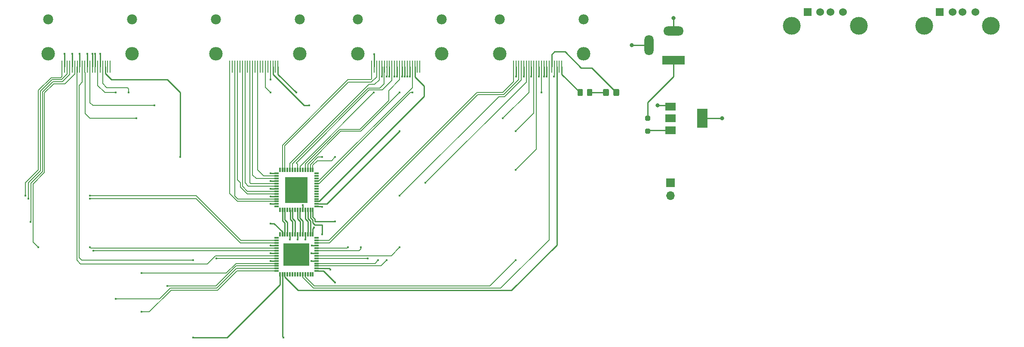
<source format=gbr>
%TF.GenerationSoftware,KiCad,Pcbnew,7.0.2*%
%TF.CreationDate,2023-08-06T23:13:36-03:00*%
%TF.ProjectId,KVM Project,4b564d20-5072-46f6-9a65-63742e6b6963,rev?*%
%TF.SameCoordinates,Original*%
%TF.FileFunction,Copper,L1,Top*%
%TF.FilePolarity,Positive*%
%FSLAX46Y46*%
G04 Gerber Fmt 4.6, Leading zero omitted, Abs format (unit mm)*
G04 Created by KiCad (PCBNEW 7.0.2) date 2023-08-06 23:13:36*
%MOMM*%
%LPD*%
G01*
G04 APERTURE LIST*
G04 Aperture macros list*
%AMRoundRect*
0 Rectangle with rounded corners*
0 $1 Rounding radius*
0 $2 $3 $4 $5 $6 $7 $8 $9 X,Y pos of 4 corners*
0 Add a 4 corners polygon primitive as box body*
4,1,4,$2,$3,$4,$5,$6,$7,$8,$9,$2,$3,0*
0 Add four circle primitives for the rounded corners*
1,1,$1+$1,$2,$3*
1,1,$1+$1,$4,$5*
1,1,$1+$1,$6,$7*
1,1,$1+$1,$8,$9*
0 Add four rect primitives between the rounded corners*
20,1,$1+$1,$2,$3,$4,$5,0*
20,1,$1+$1,$4,$5,$6,$7,0*
20,1,$1+$1,$6,$7,$8,$9,0*
20,1,$1+$1,$8,$9,$2,$3,0*%
G04 Aperture macros list end*
%TA.AperFunction,ComponentPad*%
%ADD10R,1.700000X1.700000*%
%TD*%
%TA.AperFunction,ComponentPad*%
%ADD11O,1.700000X1.700000*%
%TD*%
%TA.AperFunction,ComponentPad*%
%ADD12R,4.400000X1.800000*%
%TD*%
%TA.AperFunction,ComponentPad*%
%ADD13O,4.000000X1.800000*%
%TD*%
%TA.AperFunction,ComponentPad*%
%ADD14O,1.800000X4.000000*%
%TD*%
%TA.AperFunction,SMDPad,CuDef*%
%ADD15RoundRect,0.250000X0.325000X0.450000X-0.325000X0.450000X-0.325000X-0.450000X0.325000X-0.450000X0*%
%TD*%
%TA.AperFunction,SMDPad,CuDef*%
%ADD16R,0.280000X2.400000*%
%TD*%
%TA.AperFunction,ComponentPad*%
%ADD17C,2.660000*%
%TD*%
%TA.AperFunction,ComponentPad*%
%ADD18C,1.982000*%
%TD*%
%TA.AperFunction,SMDPad,CuDef*%
%ADD19R,2.000000X1.500000*%
%TD*%
%TA.AperFunction,SMDPad,CuDef*%
%ADD20R,2.000000X3.800000*%
%TD*%
%TA.AperFunction,ComponentPad*%
%ADD21R,1.524000X1.524000*%
%TD*%
%TA.AperFunction,ComponentPad*%
%ADD22C,1.524000*%
%TD*%
%TA.AperFunction,ComponentPad*%
%ADD23C,3.500000*%
%TD*%
%TA.AperFunction,SMDPad,CuDef*%
%ADD24RoundRect,0.008100X-0.421900X-0.126900X0.421900X-0.126900X0.421900X0.126900X-0.421900X0.126900X0*%
%TD*%
%TA.AperFunction,SMDPad,CuDef*%
%ADD25RoundRect,0.008100X0.126900X-0.421900X0.126900X0.421900X-0.126900X0.421900X-0.126900X-0.421900X0*%
%TD*%
%TA.AperFunction,SMDPad,CuDef*%
%ADD26R,5.200000X4.500000*%
%TD*%
%TA.AperFunction,SMDPad,CuDef*%
%ADD27RoundRect,0.008100X0.421900X0.126900X-0.421900X0.126900X-0.421900X-0.126900X0.421900X-0.126900X0*%
%TD*%
%TA.AperFunction,SMDPad,CuDef*%
%ADD28R,4.500000X5.200000*%
%TD*%
%TA.AperFunction,SMDPad,CuDef*%
%ADD29RoundRect,0.250000X0.250000X-0.250000X0.250000X0.250000X-0.250000X0.250000X-0.250000X-0.250000X0*%
%TD*%
%TA.AperFunction,SMDPad,CuDef*%
%ADD30RoundRect,0.250000X-0.262500X-0.450000X0.262500X-0.450000X0.262500X0.450000X-0.262500X0.450000X0*%
%TD*%
%TA.AperFunction,ViaPad*%
%ADD31C,0.400000*%
%TD*%
%TA.AperFunction,ViaPad*%
%ADD32C,0.800000*%
%TD*%
%TA.AperFunction,Conductor*%
%ADD33C,0.250000*%
%TD*%
%TA.AperFunction,Conductor*%
%ADD34C,0.200000*%
%TD*%
G04 APERTURE END LIST*
D10*
%TO.P,PWR1,1,Pin_1*%
%TO.N,Net-(D13-A)*%
X172720000Y-86360000D03*
D11*
%TO.P,PWR1,2,Pin_2*%
%TO.N,GND*%
X172720000Y-88900000D03*
%TD*%
D12*
%TO.P,PWR2,1*%
%TO.N,Net-(D11-A)*%
X173320000Y-62230000D03*
D13*
%TO.P,PWR2,2*%
%TO.N,GND*%
X173320000Y-56430000D03*
D14*
%TO.P,PWR2,3*%
X168520000Y-59230000D03*
%TD*%
D15*
%TO.P,D1,1,K*%
%TO.N,/Display_1/DPIN3_GND*%
X162070000Y-68580000D03*
%TO.P,D1,2,A*%
%TO.N,Net-(D1-A)*%
X160020000Y-68580000D03*
%TD*%
D16*
%TO.P,DP_IN1,1,D0+*%
%TO.N,/Display_1/DPIN1_D0+*%
X85940000Y-63500000D03*
%TO.P,DP_IN1,2,GND0*%
%TO.N,GND*%
X86440000Y-63500000D03*
%TO.P,DP_IN1,3,D0-*%
%TO.N,/Display_1/DPIN1_D0-*%
X86940000Y-63500000D03*
%TO.P,DP_IN1,4,D1+*%
%TO.N,/Display_1/DPIN1_D1+*%
X87440000Y-63500000D03*
%TO.P,DP_IN1,5,GND1*%
%TO.N,GND*%
X87940000Y-63500000D03*
%TO.P,DP_IN1,6,D1-*%
%TO.N,/Display_1/DPIN1_D1-*%
X88440000Y-63500000D03*
%TO.P,DP_IN1,7,D2+*%
%TO.N,/Display_1/DPIN1_D2+*%
X88940000Y-63500000D03*
%TO.P,DP_IN1,8,GND2*%
%TO.N,GND*%
X89440000Y-63500000D03*
%TO.P,DP_IN1,9,D2-*%
%TO.N,/Display_1/DPIN1_D2-*%
X89940000Y-63500000D03*
%TO.P,DP_IN1,10,D3+*%
%TO.N,/Display_1/DPIN1_D3+*%
X90440000Y-63500000D03*
%TO.P,DP_IN1,11,GND3*%
%TO.N,GND*%
X90940000Y-63500000D03*
%TO.P,DP_IN1,12,D3-*%
%TO.N,/Display_1/DPIN1_D3-*%
X91440000Y-63500000D03*
%TO.P,DP_IN1,13,CON1*%
%TO.N,GND*%
X91940000Y-63500000D03*
%TO.P,DP_IN1,14,CON2*%
X92440000Y-63500000D03*
%TO.P,DP_IN1,15,AUX+*%
%TO.N,/Display_1/DPIN1_AUX+*%
X92940000Y-63500000D03*
%TO.P,DP_IN1,16,GND4*%
%TO.N,GND*%
X93440000Y-63500000D03*
%TO.P,DP_IN1,17,AUX-*%
%TO.N,/Display_1/DPIN1_AUX-*%
X93940000Y-63500000D03*
%TO.P,DP_IN1,18,HPD*%
%TO.N,/Display_1/DPIN1_HPD*%
X94440000Y-63500000D03*
%TO.P,DP_IN1,19,RTN*%
%TO.N,unconnected-(DP_IN1-RTN-Pad19)*%
X94940000Y-63500000D03*
%TO.P,DP_IN1,20,PWR*%
%TO.N,+3.3V*%
X95440000Y-63500000D03*
D17*
%TO.P,DP_IN1,MH1,MH1*%
%TO.N,unconnected-(DP_IN1-PadMH1)*%
X99690000Y-60900000D03*
D18*
%TO.P,DP_IN1,MH2,MH2*%
%TO.N,unconnected-(DP_IN1-PadMH2)*%
X99690000Y-54120000D03*
%TO.P,DP_IN1,MH3,MH3*%
%TO.N,unconnected-(DP_IN1-PadMH3)*%
X83190000Y-54120000D03*
D17*
%TO.P,DP_IN1,MH4,MH4*%
%TO.N,unconnected-(DP_IN1-PadMH4)*%
X83190000Y-60900000D03*
%TD*%
D16*
%TO.P,DP_IN3,1,D0+*%
%TO.N,/Display_1/DPIN3_D0+*%
X141820000Y-63500000D03*
%TO.P,DP_IN3,2,GND0*%
%TO.N,GND*%
X142320000Y-63500000D03*
%TO.P,DP_IN3,3,D0-*%
%TO.N,/Display_1/DPIN3_D0-*%
X142820000Y-63500000D03*
%TO.P,DP_IN3,4,D1+*%
%TO.N,/Display_1/DPIN3_D1+*%
X143320000Y-63500000D03*
%TO.P,DP_IN3,5,GND1*%
%TO.N,GND*%
X143820000Y-63500000D03*
%TO.P,DP_IN3,6,D1-*%
%TO.N,/Display_1/DPIN3_D1-*%
X144320000Y-63500000D03*
%TO.P,DP_IN3,7,D2+*%
%TO.N,/Display_1/DPIN3_D2+*%
X144820000Y-63500000D03*
%TO.P,DP_IN3,8,GND2*%
%TO.N,GND*%
X145320000Y-63500000D03*
%TO.P,DP_IN3,9,D2-*%
%TO.N,/Display_1/DPIN3_D2-*%
X145820000Y-63500000D03*
%TO.P,DP_IN3,10,D3+*%
%TO.N,/Display_1/DPIN3_D3+*%
X146320000Y-63500000D03*
%TO.P,DP_IN3,11,GND3*%
%TO.N,GND*%
X146820000Y-63500000D03*
%TO.P,DP_IN3,12,D3-*%
%TO.N,/Display_1/DPIN3_D3-*%
X147320000Y-63500000D03*
%TO.P,DP_IN3,13,CON1*%
%TO.N,GND*%
X147820000Y-63500000D03*
%TO.P,DP_IN3,14,CON2*%
X148320000Y-63500000D03*
%TO.P,DP_IN3,15,AUX+*%
%TO.N,/Display_1/DPIN3_AUX+*%
X148820000Y-63500000D03*
%TO.P,DP_IN3,16,GND4*%
%TO.N,/Display_1/DPIN3_GND*%
X149320000Y-63500000D03*
%TO.P,DP_IN3,17,AUX-*%
%TO.N,/Display_1/DPIN3_AUX-*%
X149820000Y-63500000D03*
%TO.P,DP_IN3,18,HPD*%
%TO.N,/Display_1/DPIN3_HPD*%
X150320000Y-63500000D03*
%TO.P,DP_IN3,19,RTN*%
%TO.N,unconnected-(DP_IN3-RTN-Pad19)*%
X150820000Y-63500000D03*
%TO.P,DP_IN3,20,PWR*%
%TO.N,/Display_1/DPIN3_PWR*%
X151320000Y-63500000D03*
D17*
%TO.P,DP_IN3,MH1,MH1*%
%TO.N,unconnected-(DP_IN3-PadMH1)*%
X155570000Y-60900000D03*
D18*
%TO.P,DP_IN3,MH2,MH2*%
%TO.N,unconnected-(DP_IN3-PadMH2)*%
X155570000Y-54120000D03*
%TO.P,DP_IN3,MH3,MH3*%
%TO.N,unconnected-(DP_IN3-PadMH3)*%
X139070000Y-54120000D03*
D17*
%TO.P,DP_IN3,MH4,MH4*%
%TO.N,unconnected-(DP_IN3-PadMH4)*%
X139070000Y-60900000D03*
%TD*%
D19*
%TO.P,U6,1,GND*%
%TO.N,GND*%
X172720000Y-71360000D03*
%TO.P,U6,2,VO*%
%TO.N,+3.3V*%
X172720000Y-73660000D03*
D20*
X179020000Y-73660000D03*
D19*
%TO.P,U6,3,VI*%
%TO.N,/Power Supply/VCC_IN*%
X172720000Y-75960000D03*
%TD*%
D16*
%TO.P,DP_IN2,1,D0+*%
%TO.N,/Display_1/DPIN2_D0+*%
X113880000Y-63500000D03*
%TO.P,DP_IN2,2,GND0*%
%TO.N,GND*%
X114380000Y-63500000D03*
%TO.P,DP_IN2,3,D0-*%
%TO.N,/Display_1/DPIN2_D0-*%
X114880000Y-63500000D03*
%TO.P,DP_IN2,4,D1+*%
%TO.N,/Display_1/DPIN2_D1+*%
X115380000Y-63500000D03*
%TO.P,DP_IN2,5,GND1*%
%TO.N,GND*%
X115880000Y-63500000D03*
%TO.P,DP_IN2,6,D1-*%
%TO.N,/Display_1/DPIN2_D1-*%
X116380000Y-63500000D03*
%TO.P,DP_IN2,7,D2+*%
%TO.N,/Display_1/DPIN2_D2+*%
X116880000Y-63500000D03*
%TO.P,DP_IN2,8,GND2*%
%TO.N,GND*%
X117380000Y-63500000D03*
%TO.P,DP_IN2,9,D2-*%
%TO.N,/Display_1/DPIN2_D2-*%
X117880000Y-63500000D03*
%TO.P,DP_IN2,10,D3+*%
%TO.N,/Display_1/DPIN2_D3+*%
X118380000Y-63500000D03*
%TO.P,DP_IN2,11,GND3*%
%TO.N,GND*%
X118880000Y-63500000D03*
%TO.P,DP_IN2,12,D3-*%
%TO.N,/Display_1/DPIN2_D3-*%
X119380000Y-63500000D03*
%TO.P,DP_IN2,13,CON1*%
%TO.N,GND*%
X119880000Y-63500000D03*
%TO.P,DP_IN2,14,CON2*%
X120380000Y-63500000D03*
%TO.P,DP_IN2,15,AUX+*%
%TO.N,/Display_1/DPIN2_AUX+*%
X120880000Y-63500000D03*
%TO.P,DP_IN2,16,GND4*%
%TO.N,GND*%
X121380000Y-63500000D03*
%TO.P,DP_IN2,17,AUX-*%
%TO.N,/Display_1/DPIN2_AUX-*%
X121880000Y-63500000D03*
%TO.P,DP_IN2,18,HPD*%
%TO.N,/Display_1/DPIN2_HPD*%
X122380000Y-63500000D03*
%TO.P,DP_IN2,19,RTN*%
%TO.N,unconnected-(DP_IN2-RTN-Pad19)*%
X122880000Y-63500000D03*
%TO.P,DP_IN2,20,PWR*%
%TO.N,+3.3V*%
X123380000Y-63500000D03*
D17*
%TO.P,DP_IN2,MH1,MH1*%
%TO.N,unconnected-(DP_IN2-PadMH1)*%
X127630000Y-60900000D03*
D18*
%TO.P,DP_IN2,MH2,MH2*%
%TO.N,unconnected-(DP_IN2-PadMH2)*%
X127630000Y-54120000D03*
%TO.P,DP_IN2,MH3,MH3*%
%TO.N,unconnected-(DP_IN2-PadMH3)*%
X111130000Y-54120000D03*
D17*
%TO.P,DP_IN2,MH4,MH4*%
%TO.N,unconnected-(DP_IN2-PadMH4)*%
X111130000Y-60900000D03*
%TD*%
D16*
%TO.P,DP_OUT1,1,D0+*%
%TO.N,/Display_1/DPOUT_D0+*%
X52920000Y-63500000D03*
%TO.P,DP_OUT1,2,GND0*%
%TO.N,GND*%
X53420000Y-63500000D03*
%TO.P,DP_OUT1,3,D0-*%
%TO.N,/Display_1/DPOUT_D0-*%
X53920000Y-63500000D03*
%TO.P,DP_OUT1,4,D1+*%
%TO.N,/Display_1/DPOUT_D1+*%
X54420000Y-63500000D03*
%TO.P,DP_OUT1,5,GND1*%
%TO.N,GND*%
X54920000Y-63500000D03*
%TO.P,DP_OUT1,6,D1-*%
%TO.N,/Display_1/DPOUT_D1-*%
X55420000Y-63500000D03*
%TO.P,DP_OUT1,7,D2+*%
%TO.N,/Display_1/DPOUT_D2+*%
X55920000Y-63500000D03*
%TO.P,DP_OUT1,8,GND2*%
%TO.N,GND*%
X56420000Y-63500000D03*
%TO.P,DP_OUT1,9,D2-*%
%TO.N,/Display_1/DPOUT_D2-*%
X56920000Y-63500000D03*
%TO.P,DP_OUT1,10,D3+*%
%TO.N,/Display_1/DPOUT_D3+*%
X57420000Y-63500000D03*
%TO.P,DP_OUT1,11,GND3*%
%TO.N,GND*%
X57920000Y-63500000D03*
%TO.P,DP_OUT1,12,D3-*%
%TO.N,/Display_1/DPOUT_D3-*%
X58420000Y-63500000D03*
%TO.P,DP_OUT1,13,CON1*%
%TO.N,GND*%
X58920000Y-63500000D03*
%TO.P,DP_OUT1,14,CON2*%
X59420000Y-63500000D03*
%TO.P,DP_OUT1,15,AUX+*%
%TO.N,/Display_1/DPOUT_AUX+*%
X59920000Y-63500000D03*
%TO.P,DP_OUT1,16,GND4*%
%TO.N,GND*%
X60420000Y-63500000D03*
%TO.P,DP_OUT1,17,AUX-*%
%TO.N,/Display_1/DPOUT_AUX-*%
X60920000Y-63500000D03*
%TO.P,DP_OUT1,18,HPD*%
%TO.N,/Display_1/DPOUT_HPD*%
X61420000Y-63500000D03*
%TO.P,DP_OUT1,19,RTN*%
%TO.N,unconnected-(DP_OUT1-RTN-Pad19)*%
X61920000Y-63500000D03*
%TO.P,DP_OUT1,20,PWR*%
%TO.N,+3.3V*%
X62420000Y-63500000D03*
D17*
%TO.P,DP_OUT1,MH1,MH1*%
%TO.N,unconnected-(DP_OUT1-PadMH1)*%
X66670000Y-60900000D03*
D18*
%TO.P,DP_OUT1,MH2,MH2*%
%TO.N,unconnected-(DP_OUT1-PadMH2)*%
X66670000Y-54120000D03*
%TO.P,DP_OUT1,MH3,MH3*%
%TO.N,unconnected-(DP_OUT1-PadMH3)*%
X50170000Y-54120000D03*
D17*
%TO.P,DP_OUT1,MH4,MH4*%
%TO.N,unconnected-(DP_OUT1-PadMH4)*%
X50170000Y-60900000D03*
%TD*%
D21*
%TO.P,USB_OUT1,1,VBUS*%
%TO.N,unconnected-(USB_OUT1-VBUS-Pad1)*%
X199700000Y-52692500D03*
D22*
%TO.P,USB_OUT1,2,D-*%
%TO.N,/USB Switch/OUTPUT_DATA-*%
X202200000Y-52692500D03*
%TO.P,USB_OUT1,3,D+*%
%TO.N,/USB Switch/OUTPUT_DATA+*%
X204200000Y-52692500D03*
%TO.P,USB_OUT1,4,GND*%
%TO.N,GND*%
X206700000Y-52692500D03*
D23*
%TO.P,USB_OUT1,5,Shield*%
X196630000Y-55402500D03*
X209770000Y-55402500D03*
%TD*%
D21*
%TO.P,USB_IN1,1,VBUS*%
%TO.N,unconnected-(USB_IN1-VBUS-Pad1)*%
X225720000Y-52692500D03*
D22*
%TO.P,USB_IN1,2,D-*%
%TO.N,/USB Switch/INPUT_DATA-*%
X228220000Y-52692500D03*
%TO.P,USB_IN1,3,D+*%
%TO.N,/USB Switch/INPUT_DATA+*%
X230220000Y-52692500D03*
%TO.P,USB_IN1,4,GND*%
%TO.N,GND*%
X232720000Y-52692500D03*
D23*
%TO.P,USB_IN1,5,Shield*%
X222650000Y-55402500D03*
X235790000Y-55402500D03*
%TD*%
D24*
%TO.P,S2,1,AUX_SEL*%
%TO.N,/S1*%
X95125000Y-97205000D03*
%TO.P,S2,2,D0_C+*%
%TO.N,/Display_1/DPOUT_D0+*%
X95125000Y-97705000D03*
%TO.P,S2,3,D0_C-*%
%TO.N,/Display_1/DPOUT_D0-*%
X95125000Y-98205000D03*
%TO.P,S2,4,GND0*%
%TO.N,GND*%
X95125000Y-98705000D03*
%TO.P,S2,5,D1_C+*%
%TO.N,/Display_1/DPOUT_D1+*%
X95125000Y-99205000D03*
%TO.P,S2,6,D1_C-*%
%TO.N,/Display_1/DPOUT_D1-*%
X95125000Y-99705000D03*
%TO.P,S2,7,GND1*%
%TO.N,GND*%
X95125000Y-100205000D03*
%TO.P,S2,8,D2_C+*%
%TO.N,/Display_1/DPOUT_D2+*%
X95125000Y-100705000D03*
%TO.P,S2,9,D2_C-*%
%TO.N,/Display_1/DPOUT_D2-*%
X95125000Y-101205000D03*
%TO.P,S2,10,GND2*%
%TO.N,GND*%
X95125000Y-101705000D03*
%TO.P,S2,11,D3_C+*%
%TO.N,/Display_1/DPOUT_D3+*%
X95125000Y-102205000D03*
%TO.P,S2,12,D3_C-*%
%TO.N,/Display_1/DPOUT_D3-*%
X95125000Y-102705000D03*
%TO.P,S2,13,AUX_C+*%
%TO.N,/Display_1/DPOUT_AUX+*%
X95125000Y-103205000D03*
%TO.P,S2,14,AUX_C-*%
%TO.N,/Display_1/DPOUT_AUX-*%
X95125000Y-103705000D03*
D25*
%TO.P,S2,15,HPD_C*%
%TO.N,/Display_1/DPOUT_HPD*%
X95810000Y-104390000D03*
%TO.P,S2,16,HPD_A*%
%TO.N,Net-(S1-HPD_C)*%
X96310000Y-104390000D03*
%TO.P,S2,17,HPD_B*%
%TO.N,/Display_1/DPIN3_HPD*%
X96810000Y-104390000D03*
%TO.P,S2,18,DDC_CLK_C*%
%TO.N,unconnected-(S2-DDC_CLK_C-Pad18)*%
X97310000Y-104390000D03*
%TO.P,S2,19,VDD0*%
%TO.N,+3.3V*%
X97810000Y-104390000D03*
%TO.P,S2,20,NC0*%
%TO.N,unconnected-(S2-NC0-Pad20)*%
X98310000Y-104390000D03*
%TO.P,S2,21,NC1*%
%TO.N,unconnected-(S2-NC1-Pad21)*%
X98810000Y-104390000D03*
%TO.P,S2,22,DDC_CLK_B*%
%TO.N,unconnected-(S2-DDC_CLK_B-Pad22)*%
X99310000Y-104390000D03*
%TO.P,S2,23,DDC_DAT_B*%
%TO.N,unconnected-(S2-DDC_DAT_B-Pad23)*%
X99810000Y-104390000D03*
%TO.P,S2,24,AUX_B+*%
%TO.N,/Display_1/DPIN3_AUX+*%
X100310000Y-104390000D03*
%TO.P,S2,25,AUX_B-*%
%TO.N,/Display_1/DPIN3_AUX-*%
X100810000Y-104390000D03*
%TO.P,S2,26,DDC_DAT_C*%
%TO.N,unconnected-(S2-DDC_DAT_C-Pad26)*%
X101310000Y-104390000D03*
%TO.P,S2,27,DDC_CLK_A*%
%TO.N,unconnected-(S2-DDC_CLK_A-Pad27)*%
X101810000Y-104390000D03*
%TO.P,S2,28,DDC_DAT_A*%
%TO.N,unconnected-(S2-DDC_DAT_A-Pad28)*%
X102310000Y-104390000D03*
D24*
%TO.P,S2,29,AUX_A-*%
%TO.N,Net-(S1-AUX_C-)*%
X102995000Y-103705000D03*
%TO.P,S2,30,AUX_A+*%
%TO.N,Net-(S1-AUX_C+)*%
X102995000Y-103205000D03*
%TO.P,S2,31,D3_B-*%
%TO.N,/Display_1/DPIN3_D3+*%
X102995000Y-102705000D03*
%TO.P,S2,32,D3_B+*%
%TO.N,/Display_1/DPIN3_D3-*%
X102995000Y-102205000D03*
%TO.P,S2,33,GND3*%
%TO.N,GND*%
X102995000Y-101705000D03*
%TO.P,S2,34,D2_B-*%
%TO.N,/Display_1/DPIN3_D2+*%
X102995000Y-101205000D03*
%TO.P,S2,35,D2_B+*%
%TO.N,/Display_1/DPIN3_D2-*%
X102995000Y-100705000D03*
%TO.P,S2,36,GND4*%
%TO.N,GND*%
X102995000Y-100205000D03*
%TO.P,S2,37,D1_B-*%
%TO.N,/Display_1/DPIN3_D1-*%
X102995000Y-99705000D03*
%TO.P,S2,38,D1_B+*%
%TO.N,/Display_1/DPIN3_D1+*%
X102995000Y-99205000D03*
%TO.P,S2,39,GND5*%
%TO.N,GND*%
X102995000Y-98705000D03*
%TO.P,S2,40,D0_B-*%
%TO.N,/Display_1/DPIN3_D0-*%
X102995000Y-98205000D03*
%TO.P,S2,41,D0_B+*%
%TO.N,/Display_1/DPIN3_D0+*%
X102995000Y-97705000D03*
%TO.P,S2,42,NC2*%
%TO.N,unconnected-(S2-NC2-Pad42)*%
X102995000Y-97205000D03*
D25*
%TO.P,S2,43,OE*%
%TO.N,+3.3V*%
X102310000Y-96520000D03*
%TO.P,S2,44,D3_A-*%
%TO.N,Net-(S1-D3_C-)*%
X101810000Y-96520000D03*
%TO.P,S2,45,D3_A+*%
%TO.N,Net-(S1-D3_C+)*%
X101310000Y-96520000D03*
%TO.P,S2,46,GND6*%
%TO.N,GND*%
X100810000Y-96520000D03*
%TO.P,S2,47,D2_A-*%
%TO.N,Net-(S1-D2_C-)*%
X100310000Y-96520000D03*
%TO.P,S2,48,D2_A+*%
%TO.N,Net-(S1-D2_C+)*%
X99810000Y-96520000D03*
%TO.P,S2,49,GND7*%
%TO.N,GND*%
X99310000Y-96520000D03*
%TO.P,S2,50,D1_A-*%
%TO.N,Net-(S1-D1_C-)*%
X98810000Y-96520000D03*
%TO.P,S2,51,D1_A+*%
%TO.N,Net-(S1-D1_C+)*%
X98310000Y-96520000D03*
%TO.P,S2,52,GND8*%
%TO.N,GND*%
X97810000Y-96520000D03*
%TO.P,S2,53,D0_A-*%
%TO.N,Net-(S1-D0_C-)*%
X97310000Y-96520000D03*
%TO.P,S2,54,D0_A+*%
%TO.N,Net-(S1-D0_C+)*%
X96810000Y-96520000D03*
%TO.P,S2,55,VDD1*%
%TO.N,+3.3V*%
X96310000Y-96520000D03*
%TO.P,S2,56,DX_SEL*%
%TO.N,/S1*%
X95810000Y-96520000D03*
D26*
%TO.P,S2,57*%
%TO.N,N/C*%
X99060000Y-100455000D03*
%TD*%
D25*
%TO.P,S1,1,AUX_SEL*%
%TO.N,/S0*%
X95810000Y-91690000D03*
%TO.P,S1,2,D0_C+*%
%TO.N,Net-(S1-D0_C+)*%
X96310000Y-91690000D03*
%TO.P,S1,3,D0_C-*%
%TO.N,Net-(S1-D0_C-)*%
X96810000Y-91690000D03*
%TO.P,S1,4,GND0*%
%TO.N,GND*%
X97310000Y-91690000D03*
%TO.P,S1,5,D1_C+*%
%TO.N,Net-(S1-D1_C+)*%
X97810000Y-91690000D03*
%TO.P,S1,6,D1_C-*%
%TO.N,Net-(S1-D1_C-)*%
X98310000Y-91690000D03*
%TO.P,S1,7,GND1*%
%TO.N,GND*%
X98810000Y-91690000D03*
%TO.P,S1,8,D2_C+*%
%TO.N,Net-(S1-D2_C+)*%
X99310000Y-91690000D03*
%TO.P,S1,9,D2_C-*%
%TO.N,Net-(S1-D2_C-)*%
X99810000Y-91690000D03*
%TO.P,S1,10,GND2*%
%TO.N,GND*%
X100310000Y-91690000D03*
%TO.P,S1,11,D3_C+*%
%TO.N,Net-(S1-D3_C+)*%
X100810000Y-91690000D03*
%TO.P,S1,12,D3_C-*%
%TO.N,Net-(S1-D3_C-)*%
X101310000Y-91690000D03*
%TO.P,S1,13,AUX_C+*%
%TO.N,Net-(S1-AUX_C+)*%
X101810000Y-91690000D03*
%TO.P,S1,14,AUX_C-*%
%TO.N,Net-(S1-AUX_C-)*%
X102310000Y-91690000D03*
D27*
%TO.P,S1,15,HPD_C*%
%TO.N,Net-(S1-HPD_C)*%
X102995000Y-91005000D03*
%TO.P,S1,16,HPD_A*%
%TO.N,/Display_1/DPIN1_HPD*%
X102995000Y-90505000D03*
%TO.P,S1,17,HPD_B*%
%TO.N,/Display_1/DPIN2_HPD*%
X102995000Y-90005000D03*
%TO.P,S1,18,DDC_CLK_C*%
%TO.N,unconnected-(S1-DDC_CLK_C-Pad18)*%
X102995000Y-89505000D03*
%TO.P,S1,19,VDD0*%
%TO.N,+3.3V*%
X102995000Y-89005000D03*
%TO.P,S1,20,NC0*%
%TO.N,unconnected-(S1-NC0-Pad20)*%
X102995000Y-88505000D03*
%TO.P,S1,21,NC1*%
%TO.N,unconnected-(S1-NC1-Pad21)*%
X102995000Y-88005000D03*
%TO.P,S1,22,DDC_CLK_B*%
%TO.N,unconnected-(S1-DDC_CLK_B-Pad22)*%
X102995000Y-87505000D03*
%TO.P,S1,23,DDC_DAT_B*%
%TO.N,unconnected-(S1-DDC_DAT_B-Pad23)*%
X102995000Y-87005000D03*
%TO.P,S1,24,AUX_B+*%
%TO.N,/Display_1/DPIN2_AUX+*%
X102995000Y-86505000D03*
%TO.P,S1,25,AUX_B-*%
%TO.N,/Display_1/DPIN2_AUX-*%
X102995000Y-86005000D03*
%TO.P,S1,26,DDC_DAT_C*%
%TO.N,unconnected-(S1-DDC_DAT_C-Pad26)*%
X102995000Y-85505000D03*
%TO.P,S1,27,DDC_CLK_A*%
%TO.N,unconnected-(S1-DDC_CLK_A-Pad27)*%
X102995000Y-85005000D03*
%TO.P,S1,28,DDC_DAT_A*%
%TO.N,unconnected-(S1-DDC_DAT_A-Pad28)*%
X102995000Y-84505000D03*
D25*
%TO.P,S1,29,AUX_A-*%
%TO.N,/Display_1/DPIN1_AUX-*%
X102310000Y-83820000D03*
%TO.P,S1,30,AUX_A+*%
%TO.N,/Display_1/DPIN1_AUX+*%
X101810000Y-83820000D03*
%TO.P,S1,31,D3_B-*%
%TO.N,/Display_1/DPIN2_D3+*%
X101310000Y-83820000D03*
%TO.P,S1,32,D3_B+*%
%TO.N,/Display_1/DPIN2_D3-*%
X100810000Y-83820000D03*
%TO.P,S1,33,GND3*%
%TO.N,GND*%
X100310000Y-83820000D03*
%TO.P,S1,34,D2_B-*%
%TO.N,/Display_1/DPIN2_D2+*%
X99810000Y-83820000D03*
%TO.P,S1,35,D2_B+*%
%TO.N,/Display_1/DPIN2_D2-*%
X99310000Y-83820000D03*
%TO.P,S1,36,GND4*%
%TO.N,GND*%
X98810000Y-83820000D03*
%TO.P,S1,37,D1_B-*%
%TO.N,/Display_1/DPIN2_D1-*%
X98310000Y-83820000D03*
%TO.P,S1,38,D1_B+*%
%TO.N,/Display_1/DPIN2_D1+*%
X97810000Y-83820000D03*
%TO.P,S1,39,GND5*%
%TO.N,GND*%
X97310000Y-83820000D03*
%TO.P,S1,40,D0_B-*%
%TO.N,/Display_1/DPIN2_D0-*%
X96810000Y-83820000D03*
%TO.P,S1,41,D0_B+*%
%TO.N,/Display_1/DPIN2_D0+*%
X96310000Y-83820000D03*
%TO.P,S1,42,NC2*%
%TO.N,unconnected-(S1-NC2-Pad42)*%
X95810000Y-83820000D03*
D27*
%TO.P,S1,43,OE*%
%TO.N,+3.3V*%
X95125000Y-84505000D03*
%TO.P,S1,44,D3_A-*%
%TO.N,/Display_1/DPIN1_D3-*%
X95125000Y-85005000D03*
%TO.P,S1,45,D3_A+*%
%TO.N,/Display_1/DPIN1_D3+*%
X95125000Y-85505000D03*
%TO.P,S1,46,GND6*%
%TO.N,GND*%
X95125000Y-86005000D03*
%TO.P,S1,47,D2_A-*%
%TO.N,/Display_1/DPIN1_D2-*%
X95125000Y-86505000D03*
%TO.P,S1,48,D2_A+*%
%TO.N,/Display_1/DPIN1_D2+*%
X95125000Y-87005000D03*
%TO.P,S1,49,GND7*%
%TO.N,GND*%
X95125000Y-87505000D03*
%TO.P,S1,50,D1_A-*%
%TO.N,/Display_1/DPIN1_D1-*%
X95125000Y-88005000D03*
%TO.P,S1,51,D1_A+*%
%TO.N,/Display_1/DPIN1_D1+*%
X95125000Y-88505000D03*
%TO.P,S1,52,GND8*%
%TO.N,GND*%
X95125000Y-89005000D03*
%TO.P,S1,53,D0_A-*%
%TO.N,/Display_1/DPIN1_D0-*%
X95125000Y-89505000D03*
%TO.P,S1,54,D0_A+*%
%TO.N,/Display_1/DPIN1_D0+*%
X95125000Y-90005000D03*
%TO.P,S1,55,VDD1*%
%TO.N,+3.3V*%
X95125000Y-90505000D03*
%TO.P,S1,56,DX_SEL*%
%TO.N,/S0*%
X95125000Y-91005000D03*
D28*
%TO.P,S1,57*%
%TO.N,N/C*%
X99060000Y-87755000D03*
%TD*%
D29*
%TO.P,D11,1,K*%
%TO.N,/Power Supply/VCC_IN*%
X168250000Y-76160000D03*
%TO.P,D11,2,A*%
%TO.N,Net-(D11-A)*%
X168250000Y-73660000D03*
%TD*%
D30*
%TO.P,R1,1*%
%TO.N,/Display_1/DPIN3_PWR*%
X154940000Y-68580000D03*
%TO.P,R1,2*%
%TO.N,Net-(D1-A)*%
X156765000Y-68580000D03*
%TD*%
D31*
%TO.N,+3.3V*%
X93980000Y-84472608D03*
X99060000Y-68580000D03*
D32*
X182880000Y-73660000D03*
D31*
X99060000Y-68580000D03*
X99060000Y-68580000D03*
X102532886Y-95124575D03*
X93980000Y-90505000D03*
X99060000Y-68580000D03*
X93980000Y-94331961D03*
X99060000Y-68580000D03*
%TO.N,GND*%
X100315051Y-90754502D03*
X143820000Y-65420000D03*
X102059502Y-100205000D03*
X56420000Y-60960000D03*
X58920000Y-60960000D03*
X97811246Y-97520000D03*
X53420000Y-60960000D03*
X60420000Y-60960000D03*
X115880000Y-65420000D03*
D32*
X165100000Y-59230000D03*
D31*
X102059502Y-101705000D03*
X121380000Y-65420000D03*
X59420000Y-60960000D03*
X142320000Y-65420000D03*
X100810000Y-97520000D03*
X54920000Y-60960000D03*
X93980000Y-89004500D03*
X147820000Y-65420000D03*
X102070079Y-98705000D03*
D32*
X170180000Y-71120000D03*
D31*
X93980000Y-87505000D03*
X57920000Y-60960000D03*
X117380000Y-65420000D03*
X99310000Y-97520000D03*
X93980000Y-86005500D03*
X146820000Y-65420000D03*
X119880000Y-65420000D03*
D32*
X173320000Y-53940000D03*
D31*
X118880000Y-65420000D03*
X93980000Y-98705500D03*
X93980000Y-101705000D03*
X114380000Y-61040000D03*
X120380000Y-65420000D03*
X93980000Y-100204500D03*
X145320000Y-65420000D03*
X148320000Y-65420000D03*
%TO.N,/Display_1/DPIN1_AUX+*%
X93980000Y-68580000D03*
X104140000Y-81280000D03*
%TO.N,/Display_1/DPIN1_AUX-*%
X93980000Y-66040000D03*
X106680000Y-81280000D03*
%TO.N,/Display_1/DPIN1_HPD*%
X119380000Y-76200000D03*
X101600000Y-71120000D03*
%TO.N,/Display_1/DPIN2_D2+*%
X116840000Y-65420000D03*
X114300000Y-68580000D03*
%TO.N,/Display_1/DPIN2_D3+*%
X118380000Y-65420000D03*
X119380000Y-68580000D03*
%TO.N,/Display_1/DPIN2_AUX+*%
X121920000Y-68580000D03*
X120880000Y-65420000D03*
%TO.N,/Display_1/DPIN3_D1+*%
X119380000Y-88900000D03*
X109220000Y-99005500D03*
%TO.N,/Display_1/DPIN3_D1-*%
X124460000Y-86360000D03*
X111760000Y-99060000D03*
%TO.N,/Display_1/DPIN3_D2+*%
X139700000Y-73660000D03*
X113075997Y-101205000D03*
%TO.N,/Display_1/DPIN3_D2-*%
X119380000Y-99060000D03*
X142240000Y-76200000D03*
%TO.N,/Display_1/DPIN3_D3+*%
X116840000Y-101600000D03*
X142240000Y-83820000D03*
%TO.N,/Display_1/DPIN3_D3-*%
X115130097Y-101599404D03*
X147320000Y-68580000D03*
%TO.N,/Display_1/DPIN3_AUX-*%
X149795500Y-65420000D03*
X142240000Y-101600000D03*
%TO.N,/Display_1/DPOUT_D0+*%
X45720000Y-88900000D03*
X58420000Y-88900000D03*
%TO.N,/Display_1/DPOUT_D0-*%
X46320500Y-89479321D03*
X58420000Y-89499503D03*
%TO.N,/Display_1/DPOUT_D1+*%
X58420000Y-99060000D03*
X46720500Y-94028864D03*
%TO.N,/Display_1/DPOUT_D1-*%
X48260000Y-99060000D03*
X59065000Y-99705000D03*
%TO.N,/Display_1/DPOUT_D2-*%
X78740000Y-101600000D03*
X83343573Y-101204500D03*
%TO.N,/Display_1/DPOUT_D3+*%
X68580000Y-104140000D03*
X67590498Y-73652950D03*
%TO.N,/Display_1/DPOUT_D3-*%
X71120000Y-71120000D03*
X73660000Y-106680000D03*
%TO.N,/Display_1/DPOUT_AUX+*%
X63500000Y-68580000D03*
X63500000Y-109220000D03*
%TO.N,/Display_1/DPOUT_AUX-*%
X68580000Y-111760000D03*
X66040000Y-68580000D03*
%TO.N,/Display_1/DPOUT_HPD*%
X78740000Y-116840000D03*
X76200000Y-81280000D03*
%TO.N,Net-(S1-AUX_C+)*%
X105745000Y-103404500D03*
X104140000Y-96520000D03*
%TO.N,Net-(S1-AUX_C-)*%
X106680000Y-93980000D03*
X106680000Y-105980500D03*
%TO.N,Net-(S1-HPD_C)*%
X96520000Y-116840000D03*
X104140000Y-91029500D03*
%TD*%
D33*
%TO.N,+3.3V*%
X93980000Y-94331961D02*
X94641836Y-94331961D01*
X102310000Y-95347461D02*
X102532886Y-95124575D01*
X95125000Y-84505000D02*
X94012392Y-84505000D01*
X179020000Y-73660000D02*
X182880000Y-73660000D01*
X102310000Y-96520000D02*
X102310000Y-95347461D01*
X96310000Y-96000125D02*
X96310000Y-96520000D01*
X95440000Y-63500000D02*
X95440000Y-64960000D01*
X95125000Y-90505000D02*
X93980000Y-90505000D01*
X94641836Y-94331961D02*
X96310000Y-96000125D01*
X94012392Y-84505000D02*
X93980000Y-84472608D01*
X95440000Y-64960000D02*
X99060000Y-68580000D01*
X96311410Y-96520000D02*
X96310000Y-96520000D01*
%TO.N,GND*%
X102995000Y-100205000D02*
X102052757Y-100205000D01*
X142320000Y-63500000D02*
X142320000Y-65420000D01*
X119880000Y-63500000D02*
X119880000Y-65420000D01*
X146820000Y-63500000D02*
X146820000Y-65420000D01*
X147820000Y-63500000D02*
X147820000Y-65420000D01*
X93980500Y-100205000D02*
X95125000Y-100205000D01*
X97811246Y-97520000D02*
X97811246Y-97041121D01*
X102995000Y-101705000D02*
X102059502Y-101705000D01*
X100315051Y-90754502D02*
X100315051Y-91684949D01*
X168520000Y-59230000D02*
X165100000Y-59230000D01*
X143820000Y-63500000D02*
X143820000Y-65420000D01*
X102995000Y-98705000D02*
X102475124Y-98705000D01*
X54920000Y-60960000D02*
X54920000Y-63500000D01*
X172480000Y-71120000D02*
X170180000Y-71120000D01*
X121380000Y-63500000D02*
X121380000Y-65420000D01*
X97811246Y-97041121D02*
X97810000Y-97039875D01*
X93980000Y-98705000D02*
X95125000Y-98705000D01*
X114380000Y-63500000D02*
X114380000Y-61040000D01*
X118880000Y-65420000D02*
X118880000Y-63500000D01*
X60420000Y-63500000D02*
X60420000Y-60960000D01*
X57920000Y-60960000D02*
X57920000Y-63500000D01*
X145320000Y-63500000D02*
X145320000Y-65420000D01*
X58920000Y-63500000D02*
X58920000Y-60960000D01*
X93980000Y-100204500D02*
X93980500Y-100205000D01*
X100810000Y-97520000D02*
X100810000Y-96520000D01*
X93980000Y-101705000D02*
X95125000Y-101705000D01*
X172720000Y-71360000D02*
X172480000Y-71120000D01*
X53420000Y-60960000D02*
X53420000Y-63500000D01*
X115880000Y-63500000D02*
X115880000Y-65420000D01*
X97810000Y-97039875D02*
X97810000Y-96520000D01*
X94055000Y-86005000D02*
X95125000Y-86005000D01*
X99310000Y-97355498D02*
X99310000Y-96520000D01*
X120380000Y-63500000D02*
X120380000Y-65420000D01*
X102070079Y-98705000D02*
X102995000Y-98705000D01*
X117380000Y-63500000D02*
X117380000Y-65420000D01*
X59420000Y-60960000D02*
X59420000Y-63500000D01*
X95124500Y-89004500D02*
X95125000Y-89005000D01*
X56420000Y-60960000D02*
X56420000Y-63500000D01*
X173320000Y-56430000D02*
X173320000Y-53940000D01*
X93980000Y-89004500D02*
X95124500Y-89004500D01*
X100315051Y-91684949D02*
X100310000Y-91690000D01*
X148320000Y-63500000D02*
X148320000Y-65420000D01*
X95125000Y-87505000D02*
X93980000Y-87505000D01*
D34*
%TO.N,/Display_1/DPIN1_D0+*%
X95125000Y-90005000D02*
X87465000Y-90005000D01*
X87465000Y-90005000D02*
X85940000Y-88480000D01*
X85940000Y-88480000D02*
X85940000Y-63500000D01*
%TO.N,/Display_1/DPIN1_D0-*%
X86940000Y-63500000D02*
X86940000Y-88914314D01*
X86940000Y-88914314D02*
X87530686Y-89505000D01*
X87530686Y-89505000D02*
X95125000Y-89505000D01*
%TO.N,/Display_1/DPIN1_D1+*%
X87440000Y-85760000D02*
X88040000Y-86360000D01*
X89360687Y-88505000D02*
X95125000Y-88505000D01*
X87440000Y-63500000D02*
X87440000Y-85760000D01*
X88040000Y-86360000D02*
X88040000Y-87184313D01*
X88040000Y-87184313D02*
X89360687Y-88505000D01*
%TO.N,/Display_1/DPIN1_D1-*%
X88440000Y-87018627D02*
X89426373Y-88005000D01*
X88440000Y-63500000D02*
X88440000Y-87018627D01*
X89426373Y-88005000D02*
X95125000Y-88005000D01*
%TO.N,/Display_1/DPIN1_D2+*%
X89585000Y-87005000D02*
X95125000Y-87005000D01*
X88940000Y-86360000D02*
X89585000Y-87005000D01*
X88940000Y-63500000D02*
X88940000Y-86360000D01*
%TO.N,/Display_1/DPIN1_D2-*%
X90085000Y-86505000D02*
X95125000Y-86505000D01*
X89940000Y-63500000D02*
X89940000Y-86360000D01*
X89940000Y-86360000D02*
X90085000Y-86505000D01*
%TO.N,/Display_1/DPIN1_D3+*%
X91150686Y-85505000D02*
X90440000Y-84794314D01*
X90440000Y-84794314D02*
X90440000Y-63500000D01*
X95125000Y-85505000D02*
X91150686Y-85505000D01*
%TO.N,/Display_1/DPIN1_D3-*%
X95125000Y-85005000D02*
X92625000Y-85005000D01*
X92625000Y-85005000D02*
X91440000Y-83820000D01*
X91440000Y-83820000D02*
X91440000Y-63500000D01*
%TO.N,/Display_1/DPIN1_AUX+*%
X101810000Y-83820000D02*
X101810000Y-82767058D01*
X101810000Y-82767058D02*
X103297058Y-81280000D01*
X92940000Y-63500000D02*
X92940000Y-67540000D01*
X92940000Y-67540000D02*
X93980000Y-68580000D01*
X103297058Y-81280000D02*
X104140000Y-81280000D01*
%TO.N,/Display_1/DPIN1_AUX-*%
X105980000Y-81980000D02*
X106680000Y-81280000D01*
X93940000Y-63500000D02*
X93940000Y-66000000D01*
X102310000Y-82832744D02*
X103162744Y-81980000D01*
X103162744Y-81980000D02*
X105980000Y-81980000D01*
X93940000Y-66000000D02*
X93980000Y-66040000D01*
X102310000Y-83820000D02*
X102310000Y-82832744D01*
D33*
%TO.N,/Display_1/DPIN1_HPD*%
X94440000Y-63500000D02*
X94440000Y-64990000D01*
X105075000Y-90505000D02*
X102995000Y-90505000D01*
X119380000Y-76200000D02*
X105075000Y-90505000D01*
X100570000Y-71120000D02*
X101600000Y-71120000D01*
X94440000Y-64990000D02*
X100570000Y-71120000D01*
D34*
%TO.N,/Display_1/DPIN2_D0+*%
X96310000Y-83820000D02*
X96310000Y-78950000D01*
X113880000Y-65894314D02*
X113880000Y-63500000D01*
X109220000Y-66040000D02*
X113734314Y-66040000D01*
X113734314Y-66040000D02*
X113880000Y-65894314D01*
X96310000Y-78950000D02*
X109220000Y-66040000D01*
%TO.N,/Display_1/DPIN2_D0-*%
X96810000Y-79015686D02*
X109309260Y-66516426D01*
X114880000Y-65460000D02*
X114880000Y-63500000D01*
X113823574Y-66516426D02*
X114880000Y-65460000D01*
X109309260Y-66516426D02*
X113823574Y-66516426D01*
X96810000Y-83820000D02*
X96810000Y-79015686D01*
%TO.N,/Display_1/DPIN2_D1+*%
X97810000Y-82530001D02*
X113371581Y-66968420D01*
X115380000Y-66082936D02*
X115380000Y-63500000D01*
X97810000Y-83820000D02*
X97810000Y-82530001D01*
X114494516Y-66968420D02*
X115380000Y-66082936D01*
X113371581Y-66968420D02*
X114494516Y-66968420D01*
%TO.N,/Display_1/DPIN2_D1-*%
X116340000Y-66848628D02*
X116340000Y-63540000D01*
X116340000Y-63540000D02*
X116380000Y-63500000D01*
X98310000Y-83820000D02*
X98310000Y-82595686D01*
X98310000Y-82595686D02*
X113225687Y-67680000D01*
X115508628Y-67680000D02*
X116340000Y-66848628D01*
X113225687Y-67680000D02*
X115508628Y-67680000D01*
%TO.N,/Display_1/DPIN2_D2+*%
X116880000Y-65380000D02*
X116840000Y-65420000D01*
X116880000Y-63500000D02*
X116880000Y-65380000D01*
X99810000Y-83070000D02*
X114300000Y-68580000D01*
X99810000Y-83820000D02*
X99810000Y-83070000D01*
X116840000Y-63540000D02*
X116880000Y-63500000D01*
%TO.N,/Display_1/DPIN2_D2-*%
X99060000Y-82411372D02*
X113391372Y-68080000D01*
X99310000Y-83820000D02*
X99310000Y-82661372D01*
X117880000Y-66205686D02*
X117880000Y-63500000D01*
X99310000Y-82661372D02*
X99060000Y-82411372D01*
X113391372Y-68080000D02*
X116005686Y-68080000D01*
X116005686Y-68080000D02*
X117880000Y-66205686D01*
%TO.N,/Display_1/DPIN2_D3+*%
X111760000Y-76200000D02*
X107811372Y-76200000D01*
X101310000Y-82701372D02*
X101310000Y-83820000D01*
X119380000Y-68580000D02*
X111760000Y-76200000D01*
X107811372Y-76200000D02*
X101310000Y-82701372D01*
X118380000Y-63500000D02*
X118380000Y-65420000D01*
%TO.N,/Display_1/DPIN2_D3-*%
X117240000Y-68180000D02*
X119380000Y-66040000D01*
X117240000Y-70154314D02*
X117240000Y-68180000D01*
X111594314Y-75800000D02*
X117240000Y-70154314D01*
X119380000Y-66040000D02*
X119380000Y-63500000D01*
X107645687Y-75800000D02*
X111594314Y-75800000D01*
X100810000Y-82635686D02*
X107645687Y-75800000D01*
X100810000Y-83820000D02*
X100810000Y-82635686D01*
%TO.N,/Display_1/DPIN2_AUX+*%
X102995000Y-86505000D02*
X103545204Y-86505000D01*
X121470204Y-68580000D02*
X121920000Y-68580000D01*
X120880000Y-63500000D02*
X120880000Y-65420000D01*
X103545204Y-86505000D02*
X121470204Y-68580000D01*
%TO.N,/Display_1/DPIN2_AUX-*%
X102995000Y-86005000D02*
X103479519Y-86005000D01*
X121880000Y-67604519D02*
X121880000Y-63500000D01*
X103479519Y-86005000D02*
X121880000Y-67604519D01*
D33*
%TO.N,/Display_1/DPIN2_HPD*%
X102995000Y-90005000D02*
X103514875Y-90005000D01*
X124214875Y-67309570D02*
X122380000Y-65474695D01*
X124214875Y-69305000D02*
X124214875Y-67309570D01*
X103514875Y-90005000D02*
X124214875Y-69305000D01*
X122380000Y-65474695D02*
X122380000Y-63500000D01*
%TO.N,Net-(D1-A)*%
X156765000Y-68580000D02*
X160020000Y-68580000D01*
D34*
%TO.N,/Display_1/DPIN3_D0+*%
X141820000Y-66460000D02*
X141820000Y-63500000D01*
X139700000Y-68580000D02*
X141820000Y-66460000D01*
X102995000Y-97705000D02*
X105495000Y-97705000D01*
X105495000Y-97705000D02*
X134620000Y-68580000D01*
X134620000Y-68580000D02*
X139700000Y-68580000D01*
%TO.N,/Display_1/DPIN3_D0-*%
X142820000Y-66025686D02*
X142820000Y-63500000D01*
X102995000Y-98205000D02*
X105560686Y-98205000D01*
X139865686Y-68980000D02*
X142820000Y-66025686D01*
X134785686Y-68980000D02*
X139865686Y-68980000D01*
X105560686Y-98205000D02*
X134785686Y-68980000D01*
%TO.N,/Display_1/DPIN3_D1+*%
X109220000Y-99060000D02*
X109075000Y-99205000D01*
X109220000Y-99005500D02*
X109220000Y-99060000D01*
X143320000Y-66091372D02*
X143320000Y-63500000D01*
X119380000Y-88900000D02*
X138900000Y-69380000D01*
X109075000Y-99205000D02*
X102995000Y-99205000D01*
X140031372Y-69380000D02*
X143320000Y-66091372D01*
X138900000Y-69380000D02*
X140031372Y-69380000D01*
%TO.N,/Display_1/DPIN3_D1-*%
X111760000Y-99370685D02*
X111425685Y-99705000D01*
X111425685Y-99705000D02*
X102995000Y-99705000D01*
X144320000Y-66500000D02*
X144320000Y-63500000D01*
X111760000Y-99060000D02*
X111760000Y-99370685D01*
X124460000Y-86360000D02*
X144320000Y-66500000D01*
%TO.N,/Display_1/DPIN3_D2+*%
X113075997Y-101205000D02*
X108579314Y-101205000D01*
X108579314Y-101205000D02*
X102995000Y-101205000D01*
X144820000Y-68540000D02*
X144820000Y-63500000D01*
X139700000Y-73660000D02*
X144820000Y-68540000D01*
%TO.N,/Display_1/DPIN3_D2-*%
X145820000Y-63500000D02*
X145820000Y-72620000D01*
X117735000Y-100705000D02*
X102995000Y-100705000D01*
X119380000Y-99060000D02*
X117735000Y-100705000D01*
X145820000Y-72620000D02*
X142240000Y-76200000D01*
%TO.N,/Display_1/DPIN3_D3+*%
X115735000Y-102705000D02*
X102995000Y-102705000D01*
X142240000Y-83820000D02*
X146320000Y-79740000D01*
X116840000Y-101600000D02*
X115735000Y-102705000D01*
X146320000Y-79740000D02*
X146320000Y-63500000D01*
%TO.N,/Display_1/DPIN3_D3-*%
X147320000Y-68580000D02*
X147320000Y-63500000D01*
X114524501Y-102205000D02*
X102995000Y-102205000D01*
X115130097Y-101599404D02*
X114524501Y-102205000D01*
%TO.N,/Display_1/DPIN3_AUX+*%
X139300000Y-107080000D02*
X148820000Y-97560000D01*
X100310000Y-104940204D02*
X102449796Y-107080000D01*
X148820000Y-97560000D02*
X148820000Y-63500000D01*
X102449796Y-107080000D02*
X139300000Y-107080000D01*
X100310000Y-104390000D02*
X100310000Y-104940204D01*
%TO.N,/Display_1/DPIN3_AUX-*%
X100810000Y-104874519D02*
X102615481Y-106680000D01*
X100810000Y-104390000D02*
X100810000Y-104874519D01*
X102615481Y-106680000D02*
X137160000Y-106680000D01*
X137160000Y-106680000D02*
X142240000Y-101600000D01*
X149820000Y-63500000D02*
X149820000Y-65420000D01*
D33*
%TO.N,/Display_1/DPIN3_HPD*%
X141415000Y-107505000D02*
X150320000Y-98600000D01*
X99405125Y-107505000D02*
X141415000Y-107505000D01*
X96810000Y-104390000D02*
X96810000Y-104909875D01*
X96810000Y-104909875D02*
X99405125Y-107505000D01*
X150320000Y-98600000D02*
X150320000Y-63500000D01*
D34*
%TO.N,/Display_1/DPOUT_D0+*%
X79305686Y-88900000D02*
X88110686Y-97705000D01*
X52920000Y-65374314D02*
X52920000Y-63500000D01*
X48260000Y-68160000D02*
X50780000Y-65640000D01*
X58420000Y-88900000D02*
X79305686Y-88900000D01*
X50780000Y-65640000D02*
X52654314Y-65640000D01*
X45720000Y-88900000D02*
X45720000Y-86360000D01*
X45720000Y-86360000D02*
X48260000Y-83820000D01*
X48260000Y-83820000D02*
X48260000Y-68160000D01*
X88110686Y-97705000D02*
X95125000Y-97705000D01*
X52654314Y-65640000D02*
X52920000Y-65374314D01*
%TO.N,/Display_1/DPOUT_D0-*%
X48660000Y-83985686D02*
X46320500Y-86325188D01*
X88045000Y-98205000D02*
X95125000Y-98205000D01*
X46320500Y-86325188D02*
X46320500Y-89479321D01*
X52820000Y-66040000D02*
X50945686Y-66040000D01*
X53920000Y-64940000D02*
X52820000Y-66040000D01*
X79339503Y-89499503D02*
X88045000Y-98205000D01*
X58420000Y-89499503D02*
X79339503Y-89499503D01*
X50945686Y-66040000D02*
X48660000Y-68325686D01*
X53920000Y-63500000D02*
X53920000Y-64940000D01*
X48660000Y-68325686D02*
X48660000Y-83985686D01*
%TO.N,/Display_1/DPOUT_D1+*%
X51111372Y-66440000D02*
X52985685Y-66440000D01*
X58565000Y-99205000D02*
X95125000Y-99205000D01*
X58420000Y-99060000D02*
X58565000Y-99205000D01*
X49060000Y-68491372D02*
X51111372Y-66440000D01*
X52985685Y-66440000D02*
X54420000Y-65005685D01*
X49060000Y-84151372D02*
X49060000Y-68491372D01*
X46720500Y-94028864D02*
X46820000Y-93929364D01*
X46820000Y-86391373D02*
X49060000Y-84151372D01*
X46820000Y-93929364D02*
X46820000Y-86391373D01*
X54420000Y-65005685D02*
X54420000Y-63500000D01*
%TO.N,/Display_1/DPOUT_D1-*%
X49460000Y-84317058D02*
X47220000Y-86557058D01*
X51277058Y-66840000D02*
X49460000Y-68657058D01*
X53520000Y-66840000D02*
X51277058Y-66840000D01*
X55420000Y-63500000D02*
X55420000Y-64940000D01*
X47220000Y-86557058D02*
X47220000Y-98020000D01*
X49460000Y-68657058D02*
X49460000Y-84317058D01*
X55420000Y-64940000D02*
X53520000Y-66840000D01*
X47220000Y-98020000D02*
X48260000Y-99060000D01*
X59065000Y-99705000D02*
X95125000Y-99705000D01*
%TO.N,/Display_1/DPOUT_D2+*%
X81540966Y-102300000D02*
X56580000Y-102300000D01*
X55880000Y-63540000D02*
X55920000Y-63500000D01*
X83135966Y-100705000D02*
X81540966Y-102300000D01*
X95125000Y-100705000D02*
X83135966Y-100705000D01*
X56580000Y-102300000D02*
X55880000Y-101599999D01*
X55880000Y-101599999D02*
X55880000Y-63540000D01*
%TO.N,/Display_1/DPOUT_D2-*%
X56920000Y-66513886D02*
X56920000Y-63500000D01*
X83344073Y-101205000D02*
X95125000Y-101205000D01*
X56814682Y-101600000D02*
X56280000Y-101065318D01*
X83343573Y-101204500D02*
X83344073Y-101205000D01*
X78740000Y-101600000D02*
X56814682Y-101600000D01*
X56280000Y-67153886D02*
X56920000Y-66513886D01*
X56280000Y-101065318D02*
X56280000Y-67153886D01*
%TO.N,/Display_1/DPOUT_D3+*%
X57420000Y-64560000D02*
X57420000Y-63500000D01*
X57480000Y-64620000D02*
X57420000Y-64560000D01*
X66040000Y-73660000D02*
X58420000Y-73660000D01*
X87163628Y-102205000D02*
X95125000Y-102205000D01*
X58420000Y-73660000D02*
X57480000Y-72720000D01*
X57480000Y-72720000D02*
X57480000Y-64620000D01*
X67590498Y-73652950D02*
X66047050Y-73652950D01*
X68580000Y-104140000D02*
X85228628Y-104140000D01*
X85228628Y-104140000D02*
X87163628Y-102205000D01*
X66047050Y-73652950D02*
X66040000Y-73660000D01*
%TO.N,/Display_1/DPOUT_D3-*%
X71120000Y-71120000D02*
X60960000Y-71120000D01*
X60955064Y-71124936D02*
X58997208Y-71124936D01*
X83254314Y-106680000D02*
X87229314Y-102705000D01*
X60960000Y-71120000D02*
X60955064Y-71124936D01*
X87229314Y-102705000D02*
X95125000Y-102705000D01*
X73660000Y-106680000D02*
X83254314Y-106680000D01*
X58420000Y-70547728D02*
X58420000Y-63500000D01*
X58997208Y-71124936D02*
X58420000Y-70547728D01*
%TO.N,/Display_1/DPOUT_AUX+*%
X74249950Y-107080000D02*
X72109950Y-109220000D01*
X59920000Y-67150028D02*
X59920000Y-63500000D01*
X95125000Y-103205000D02*
X87295000Y-103205000D01*
X61349972Y-68580000D02*
X59920000Y-67150028D01*
X83419999Y-107080000D02*
X74249950Y-107080000D01*
X87295000Y-103205000D02*
X83419999Y-107080000D01*
X72109950Y-109220000D02*
X63500000Y-109220000D01*
X63500000Y-68580000D02*
X61349972Y-68580000D01*
%TO.N,/Display_1/DPOUT_AUX-*%
X60920000Y-66781828D02*
X60920000Y-63500000D01*
X83585684Y-107480000D02*
X74415636Y-107480000D01*
X66040000Y-67814460D02*
X65804763Y-67579223D01*
X74415636Y-107480000D02*
X70135635Y-111760000D01*
X95125000Y-103705000D02*
X87360686Y-103705000D01*
X70135635Y-111760000D02*
X68580000Y-111760000D01*
X61717395Y-67579223D02*
X60920000Y-66781828D01*
X66040000Y-68580000D02*
X66040000Y-67814460D01*
X65804763Y-67579223D02*
X61717395Y-67579223D01*
X87360686Y-103705000D02*
X83585684Y-107480000D01*
D33*
%TO.N,/Display_1/DPOUT_HPD*%
X95810000Y-106420520D02*
X95810000Y-104390000D01*
X61420000Y-64838960D02*
X61420000Y-63500000D01*
X78740000Y-116840000D02*
X85390520Y-116840000D01*
X73660000Y-66040000D02*
X62621040Y-66040000D01*
X76200000Y-81280000D02*
X76200000Y-68580000D01*
X62621040Y-66040000D02*
X61420000Y-64838960D01*
X76200000Y-68580000D02*
X73660000Y-66040000D01*
X85390520Y-116840000D02*
X95810000Y-106420520D01*
%TO.N,Net-(D11-A)*%
X173320000Y-62230000D02*
X173320000Y-65440000D01*
X173320000Y-65440000D02*
X168250000Y-70510000D01*
X168250000Y-70510000D02*
X168250000Y-73660000D01*
%TO.N,unconnected-(DP_IN2-PadMH1)*%
X127000000Y-60270000D02*
X127630000Y-60900000D01*
%TO.N,/Power Supply/VCC_IN*%
X168250000Y-76160000D02*
X168450000Y-75960000D01*
X168450000Y-75960000D02*
X172720000Y-75960000D01*
%TO.N,/Display_1/DPIN3_GND*%
X149320000Y-63500000D02*
X149320000Y-61075000D01*
X151936040Y-60535000D02*
X155118503Y-63717463D01*
X157207463Y-63717463D02*
X162070000Y-68580000D01*
X155118503Y-63717463D02*
X157207463Y-63717463D01*
X149860000Y-60535000D02*
X151936040Y-60535000D01*
X149320000Y-61075000D02*
X149860000Y-60535000D01*
%TO.N,/Display_1/DPIN3_PWR*%
X151320000Y-64960000D02*
X154940000Y-68580000D01*
X151320000Y-63500000D02*
X151320000Y-64960000D01*
%TO.N,Net-(S1-D0_C+)*%
X96310000Y-93770000D02*
X96310000Y-91690000D01*
X96810000Y-94270000D02*
X96310000Y-93770000D01*
X96810000Y-96520000D02*
X96810000Y-94270000D01*
%TO.N,Net-(S1-D0_C-)*%
X97310000Y-96520000D02*
X97310000Y-94133604D01*
X97310000Y-94133604D02*
X96810000Y-93633604D01*
X96810000Y-93633604D02*
X96810000Y-91690000D01*
%TO.N,Net-(S1-D1_C+)*%
X98310000Y-96520000D02*
X98310000Y-93980000D01*
X97850000Y-93520000D02*
X97850000Y-91650000D01*
X98310000Y-93980000D02*
X97850000Y-93520000D01*
X97850000Y-91650000D02*
X97810000Y-91690000D01*
%TO.N,Net-(S1-D1_C-)*%
X98310000Y-93343604D02*
X98310000Y-91690000D01*
X98810000Y-93843604D02*
X98310000Y-93343604D01*
X98810000Y-96520000D02*
X98810000Y-93843604D01*
%TO.N,Net-(S1-D2_C+)*%
X99310000Y-93480000D02*
X99310000Y-91690000D01*
X99810000Y-93980000D02*
X99310000Y-93480000D01*
X99810000Y-96520000D02*
X99810000Y-93980000D01*
%TO.N,Net-(S1-D2_C-)*%
X100310000Y-96520000D02*
X100310000Y-93843604D01*
X99770000Y-93303604D02*
X99770000Y-91440000D01*
X100310000Y-93843604D02*
X99770000Y-93303604D01*
%TO.N,Net-(S1-D3_C+)*%
X101310000Y-93980000D02*
X100810000Y-93480000D01*
X100810000Y-93480000D02*
X100810000Y-91690000D01*
X101310000Y-96520000D02*
X101310000Y-93980000D01*
%TO.N,Net-(S1-D3_C-)*%
X101810000Y-93843604D02*
X101310000Y-93343604D01*
X101310000Y-93343604D02*
X101310000Y-91690000D01*
X101810000Y-96520000D02*
X101810000Y-93843604D01*
%TO.N,Net-(S1-AUX_C+)*%
X105545500Y-103205000D02*
X105745000Y-103404500D01*
X102733604Y-94640000D02*
X104140000Y-94640000D01*
X102995000Y-103205000D02*
X105545500Y-103205000D01*
X101810000Y-91690000D02*
X101810000Y-93207208D01*
X102260000Y-93657208D02*
X102260000Y-94166396D01*
X104140000Y-94640000D02*
X104140000Y-96520000D01*
X102260000Y-94166396D02*
X102733604Y-94640000D01*
X101810000Y-93207208D02*
X102260000Y-93657208D01*
%TO.N,Net-(S1-AUX_C-)*%
X102310000Y-91690000D02*
X102310000Y-93070812D01*
X102310000Y-93070812D02*
X102710000Y-93470812D01*
X102995000Y-103705000D02*
X104404500Y-103705000D01*
X102710000Y-93980000D02*
X106680000Y-93980000D01*
X102710000Y-93470812D02*
X102710000Y-93980000D01*
X104404500Y-103705000D02*
X106680000Y-105980500D01*
%TO.N,Net-(S1-HPD_C)*%
X96310000Y-104390000D02*
X96310000Y-116630000D01*
X96310000Y-116630000D02*
X96520000Y-116840000D01*
X104115500Y-91005000D02*
X102995000Y-91005000D01*
X104140000Y-91029500D02*
X104115500Y-91005000D01*
%TD*%
M02*

</source>
